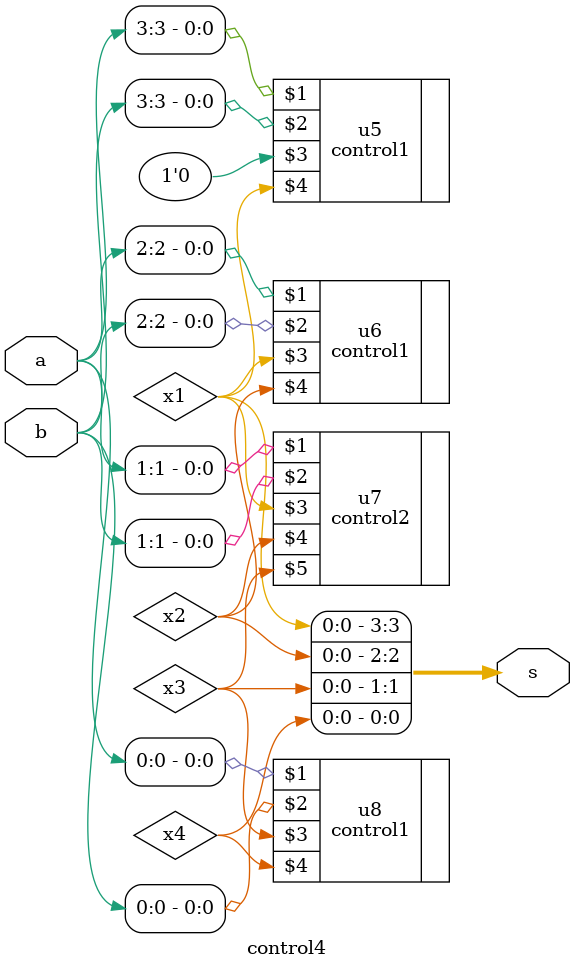
<source format=v>
module control4(a,b,s);
input [3:0]a,b;
output [3:0]s;
wire x1,x2,x3,x4;

control1 u5 (a[3],b[3],1'b0,x1);
control1 u6 (a[2],b[2],x1,x2);
control2 u7 (a[1],b[1],x1,x2,x3);
control1 u8 (a[0],b[0],x3,x4);

assign s = {x1,x2,x3,x4};
endmodule
</source>
